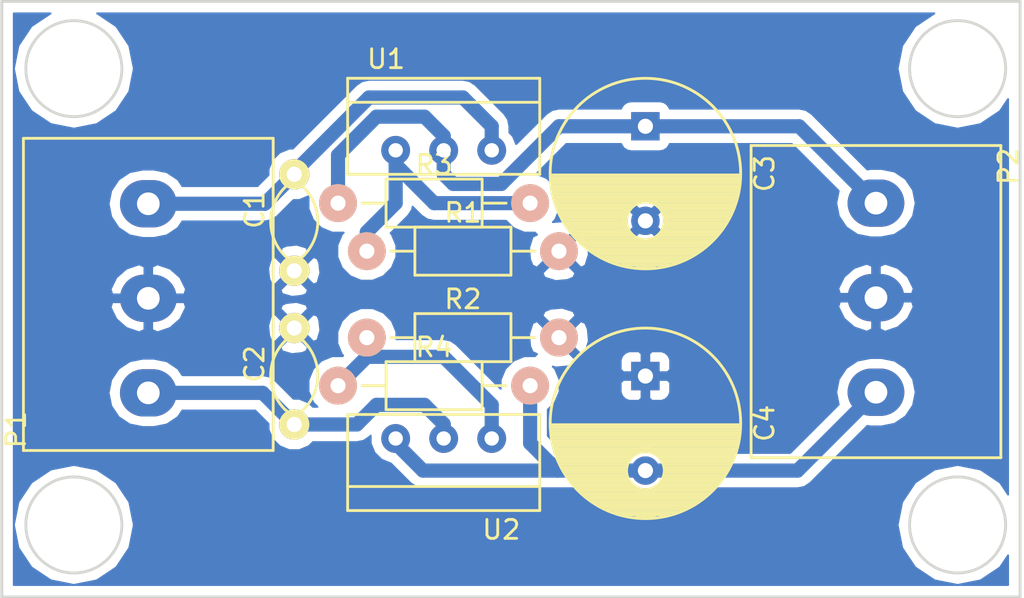
<source format=kicad_pcb>
(kicad_pcb (version 4) (host pcbnew "(2015-09-08 BZR 6170, Git 6269158)-product")

  (general
    (links 21)
    (no_connects 0)
    (area 50.724999 64.484 107.08 96.595001)
    (thickness 1.6)
    (drawings 10)
    (tracks 47)
    (zones 0)
    (modules 12)
    (nets 8)
  )

  (page A4)
  (layers
    (0 F.Cu signal)
    (31 B.Cu signal)
    (32 B.Adhes user)
    (33 F.Adhes user)
    (34 B.Paste user)
    (35 F.Paste user)
    (36 B.SilkS user)
    (37 F.SilkS user)
    (38 B.Mask user)
    (39 F.Mask user)
    (40 Dwgs.User user)
    (41 Cmts.User user)
    (42 Eco1.User user)
    (43 Eco2.User user)
    (44 Edge.Cuts user)
    (45 Margin user)
    (46 B.CrtYd user)
    (47 F.CrtYd user hide)
    (48 B.Fab user)
    (49 F.Fab user)
  )

  (setup
    (last_trace_width 0.75)
    (trace_clearance 0.25)
    (zone_clearance 0.508)
    (zone_45_only no)
    (trace_min 0.2)
    (segment_width 0.2)
    (edge_width 0.15)
    (via_size 0.6)
    (via_drill 0.4)
    (via_min_size 0.4)
    (via_min_drill 0.3)
    (uvia_size 0.3)
    (uvia_drill 0.1)
    (uvias_allowed no)
    (uvia_min_size 0.2)
    (uvia_min_drill 0.1)
    (pcb_text_width 0.3)
    (pcb_text_size 1.5 1.5)
    (mod_edge_width 0.15)
    (mod_text_size 1 1)
    (mod_text_width 0.15)
    (pad_size 1.524 1.524)
    (pad_drill 0.762)
    (pad_to_mask_clearance 0.2)
    (aux_axis_origin 0 0)
    (grid_origin -141.732 245.872)
    (visible_elements 7FFCFFFF)
    (pcbplotparams
      (layerselection 0x00030_80000001)
      (usegerberextensions false)
      (excludeedgelayer true)
      (linewidth 0.800000)
      (plotframeref false)
      (viasonmask false)
      (mode 1)
      (useauxorigin false)
      (hpglpennumber 1)
      (hpglpenspeed 20)
      (hpglpendiameter 15)
      (hpglpenoverlay 2)
      (psnegative false)
      (psa4output false)
      (plotreference true)
      (plotvalue true)
      (plotinvisibletext false)
      (padsonsilk false)
      (subtractmaskfromsilk false)
      (outputformat 1)
      (mirror false)
      (drillshape 1)
      (scaleselection 1)
      (outputdirectory ""))
  )

  (net 0 "")
  (net 1 "Net-(C1-Pad1)")
  (net 2 "Net-(C1-Pad2)")
  (net 3 "Net-(C2-Pad2)")
  (net 4 "Net-(C3-Pad1)")
  (net 5 "Net-(C4-Pad2)")
  (net 6 "Net-(R1-Pad1)")
  (net 7 "Net-(R2-Pad1)")

  (net_class Default "Questo è il gruppo di collegamenti predefinito"
    (clearance 0.25)
    (trace_width 0.75)
    (via_dia 0.6)
    (via_drill 0.4)
    (uvia_dia 0.3)
    (uvia_drill 0.1)
    (add_net "Net-(C1-Pad1)")
    (add_net "Net-(C1-Pad2)")
    (add_net "Net-(C2-Pad2)")
    (add_net "Net-(C3-Pad1)")
    (add_net "Net-(C4-Pad2)")
    (add_net "Net-(R1-Pad1)")
    (add_net "Net-(R2-Pad1)")
  )

  (module Impronte:AK300-3 (layer F.Cu) (tedit 586BCA45) (tstamp 586BC67D)
    (at 59.055 85.725 90)
    (descr CONNECTOR)
    (tags CONNECTOR)
    (path /586BC3EF)
    (attr virtual)
    (fp_text reference P1 (at -1.945 -6.995 90) (layer F.SilkS)
      (effects (font (size 1 1) (thickness 0.15)))
    )
    (fp_text value Supply_In (at 14.605 -2.54 180) (layer F.Fab)
      (effects (font (size 1 1) (thickness 0.15)))
    )
    (fp_line (start 13.462 -6.604) (end 13.462 6.604) (layer F.SilkS) (width 0.15))
    (fp_line (start -2.794 -6.604) (end 13.462 -6.604) (layer F.SilkS) (width 0.15))
    (fp_line (start 13.462 6.604) (end -2.794 6.604) (layer F.SilkS) (width 0.15))
    (fp_line (start -2.794 6.604) (end -3.048 6.604) (layer F.SilkS) (width 0.15))
    (fp_line (start -3.048 6.604) (end -3.048 -6.604) (layer F.SilkS) (width 0.15))
    (fp_line (start -3.048 -6.604) (end -2.794 -6.604) (layer F.SilkS) (width 0.15))
    (pad 1 thru_hole oval (at 0 0 90) (size 2.5 3) (drill 1.2) (layers *.Cu F.Paste F.Mask)
      (net 3 "Net-(C2-Pad2)"))
    (pad 2 thru_hole oval (at 5 0 90) (size 2.5 3) (drill 1.2) (layers *.Cu F.Paste F.Mask)
      (net 2 "Net-(C1-Pad2)"))
    (pad 3 thru_hole oval (at 10 0 90) (size 2.5 3) (drill 1.2) (layers *.Cu F.Paste F.Mask)
      (net 1 "Net-(C1-Pad1)"))
  )

  (module Impronte:AK300-3 (layer F.Cu) (tedit 586BCA68) (tstamp 586BC684)
    (at 97.536 75.692 270)
    (descr CONNECTOR)
    (tags CONNECTOR)
    (path /586BC42A)
    (attr virtual)
    (fp_text reference P2 (at -1.945 -6.995 270) (layer F.SilkS)
      (effects (font (size 1 1) (thickness 0.15)))
    )
    (fp_text value Supply_Out (at -4.445 -1.905 540) (layer F.Fab)
      (effects (font (size 1 1) (thickness 0.15)))
    )
    (fp_line (start 13.462 -6.604) (end 13.462 6.604) (layer F.SilkS) (width 0.15))
    (fp_line (start -2.794 -6.604) (end 13.462 -6.604) (layer F.SilkS) (width 0.15))
    (fp_line (start 13.462 6.604) (end -2.794 6.604) (layer F.SilkS) (width 0.15))
    (fp_line (start -2.794 6.604) (end -3.048 6.604) (layer F.SilkS) (width 0.15))
    (fp_line (start -3.048 6.604) (end -3.048 -6.604) (layer F.SilkS) (width 0.15))
    (fp_line (start -3.048 -6.604) (end -2.794 -6.604) (layer F.SilkS) (width 0.15))
    (pad 1 thru_hole oval (at 0 0 270) (size 2.5 3) (drill 1.2) (layers *.Cu F.Paste F.Mask)
      (net 4 "Net-(C3-Pad1)"))
    (pad 2 thru_hole oval (at 5 0 270) (size 2.5 3) (drill 1.2) (layers *.Cu F.Paste F.Mask)
      (net 2 "Net-(C1-Pad2)"))
    (pad 3 thru_hole oval (at 10 0 270) (size 2.5 3) (drill 1.2) (layers *.Cu F.Paste F.Mask)
      (net 5 "Net-(C4-Pad2)"))
  )

  (module Impronte:Res_Orizz_10mm (layer F.Cu) (tedit 58644539) (tstamp 586BC68A)
    (at 70.612 78.232)
    (descr "Resistor, Axial,  RM 10mm, 1/3W")
    (tags "Resistor Axial RM 10mm 1/3W")
    (path /586BC6A1)
    (fp_text reference R1 (at 5.08 -2.032) (layer F.SilkS)
      (effects (font (size 1 1) (thickness 0.15)))
    )
    (fp_text value 1.2k (at 5.08 0) (layer F.Fab)
      (effects (font (size 1 1) (thickness 0.15)))
    )
    (fp_line (start 2.54 -1.27) (end 7.62 -1.27) (layer F.SilkS) (width 0.15))
    (fp_line (start 7.62 -1.27) (end 7.62 1.27) (layer F.SilkS) (width 0.15))
    (fp_line (start 7.62 1.27) (end 2.54 1.27) (layer F.SilkS) (width 0.15))
    (fp_line (start 2.54 1.27) (end 2.54 -1.27) (layer F.SilkS) (width 0.15))
    (fp_line (start 2.54 0) (end 1.27 0) (layer F.SilkS) (width 0.15))
    (fp_line (start 7.62 0) (end 8.89 0) (layer F.SilkS) (width 0.15))
    (pad 1 thru_hole circle (at 0 0) (size 2 2) (drill 0.8) (layers *.Cu *.SilkS *.Mask)
      (net 6 "Net-(R1-Pad1)"))
    (pad 2 thru_hole circle (at 10.16 0) (size 2 2) (drill 0.8) (layers *.Cu *.SilkS *.Mask)
      (net 2 "Net-(C1-Pad2)"))
    (model Resistors_ThroughHole.3dshapes/Resistor_Horizontal_RM10mm.wrl
      (at (xyz 0.2 0 0))
      (scale (xyz 0.4 0.4 0.4))
      (rotate (xyz 0 0 0))
    )
  )

  (module Impronte:Res_Orizz_10mm (layer F.Cu) (tedit 58644539) (tstamp 586BC690)
    (at 70.612 82.804)
    (descr "Resistor, Axial,  RM 10mm, 1/3W")
    (tags "Resistor Axial RM 10mm 1/3W")
    (path /586BC706)
    (fp_text reference R2 (at 5.08 -2.032) (layer F.SilkS)
      (effects (font (size 1 1) (thickness 0.15)))
    )
    (fp_text value 1.2k (at 5.08 0) (layer F.Fab)
      (effects (font (size 1 1) (thickness 0.15)))
    )
    (fp_line (start 2.54 -1.27) (end 7.62 -1.27) (layer F.SilkS) (width 0.15))
    (fp_line (start 7.62 -1.27) (end 7.62 1.27) (layer F.SilkS) (width 0.15))
    (fp_line (start 7.62 1.27) (end 2.54 1.27) (layer F.SilkS) (width 0.15))
    (fp_line (start 2.54 1.27) (end 2.54 -1.27) (layer F.SilkS) (width 0.15))
    (fp_line (start 2.54 0) (end 1.27 0) (layer F.SilkS) (width 0.15))
    (fp_line (start 7.62 0) (end 8.89 0) (layer F.SilkS) (width 0.15))
    (pad 1 thru_hole circle (at 0 0) (size 2 2) (drill 0.8) (layers *.Cu *.SilkS *.Mask)
      (net 7 "Net-(R2-Pad1)"))
    (pad 2 thru_hole circle (at 10.16 0) (size 2 2) (drill 0.8) (layers *.Cu *.SilkS *.Mask)
      (net 2 "Net-(C1-Pad2)"))
    (model Resistors_ThroughHole.3dshapes/Resistor_Horizontal_RM10mm.wrl
      (at (xyz 0.2 0 0))
      (scale (xyz 0.4 0.4 0.4))
      (rotate (xyz 0 0 0))
    )
  )

  (module Impronte:Res_Orizz_10mm (layer F.Cu) (tedit 58644539) (tstamp 586BC696)
    (at 69.088 75.692)
    (descr "Resistor, Axial,  RM 10mm, 1/3W")
    (tags "Resistor Axial RM 10mm 1/3W")
    (path /586BC65A)
    (fp_text reference R3 (at 5.08 -2.032) (layer F.SilkS)
      (effects (font (size 1 1) (thickness 0.15)))
    )
    (fp_text value 100 (at 5.08 0) (layer F.Fab)
      (effects (font (size 1 1) (thickness 0.15)))
    )
    (fp_line (start 2.54 -1.27) (end 7.62 -1.27) (layer F.SilkS) (width 0.15))
    (fp_line (start 7.62 -1.27) (end 7.62 1.27) (layer F.SilkS) (width 0.15))
    (fp_line (start 7.62 1.27) (end 2.54 1.27) (layer F.SilkS) (width 0.15))
    (fp_line (start 2.54 1.27) (end 2.54 -1.27) (layer F.SilkS) (width 0.15))
    (fp_line (start 2.54 0) (end 1.27 0) (layer F.SilkS) (width 0.15))
    (fp_line (start 7.62 0) (end 8.89 0) (layer F.SilkS) (width 0.15))
    (pad 1 thru_hole circle (at 0 0) (size 2 2) (drill 0.8) (layers *.Cu *.SilkS *.Mask)
      (net 4 "Net-(C3-Pad1)"))
    (pad 2 thru_hole circle (at 10.16 0) (size 2 2) (drill 0.8) (layers *.Cu *.SilkS *.Mask)
      (net 6 "Net-(R1-Pad1)"))
    (model Resistors_ThroughHole.3dshapes/Resistor_Horizontal_RM10mm.wrl
      (at (xyz 0.2 0 0))
      (scale (xyz 0.4 0.4 0.4))
      (rotate (xyz 0 0 0))
    )
  )

  (module Impronte:Res_Orizz_10mm (layer F.Cu) (tedit 58644539) (tstamp 586BC69C)
    (at 69.088 85.344)
    (descr "Resistor, Axial,  RM 10mm, 1/3W")
    (tags "Resistor Axial RM 10mm 1/3W")
    (path /586BC747)
    (fp_text reference R4 (at 5.08 -2.032) (layer F.SilkS)
      (effects (font (size 1 1) (thickness 0.15)))
    )
    (fp_text value 100 (at 5.08 0) (layer F.Fab)
      (effects (font (size 1 1) (thickness 0.15)))
    )
    (fp_line (start 2.54 -1.27) (end 7.62 -1.27) (layer F.SilkS) (width 0.15))
    (fp_line (start 7.62 -1.27) (end 7.62 1.27) (layer F.SilkS) (width 0.15))
    (fp_line (start 7.62 1.27) (end 2.54 1.27) (layer F.SilkS) (width 0.15))
    (fp_line (start 2.54 1.27) (end 2.54 -1.27) (layer F.SilkS) (width 0.15))
    (fp_line (start 2.54 0) (end 1.27 0) (layer F.SilkS) (width 0.15))
    (fp_line (start 7.62 0) (end 8.89 0) (layer F.SilkS) (width 0.15))
    (pad 1 thru_hole circle (at 0 0) (size 2 2) (drill 0.8) (layers *.Cu *.SilkS *.Mask)
      (net 7 "Net-(R2-Pad1)"))
    (pad 2 thru_hole circle (at 10.16 0) (size 2 2) (drill 0.8) (layers *.Cu *.SilkS *.Mask)
      (net 5 "Net-(C4-Pad2)"))
    (model Resistors_ThroughHole.3dshapes/Resistor_Horizontal_RM10mm.wrl
      (at (xyz 0.2 0 0))
      (scale (xyz 0.4 0.4 0.4))
      (rotate (xyz 0 0 0))
    )
  )

  (module Impronte:TO-220 (layer F.Cu) (tedit 5807560E) (tstamp 586BC6A3)
    (at 74.676 71.628)
    (path /586BC5D5)
    (fp_text reference U1 (at -3.048 -3.556) (layer F.SilkS)
      (effects (font (size 1 1) (thickness 0.15)))
    )
    (fp_text value LM317T (at 2.54 -3.556) (layer F.Fab) hide
      (effects (font (size 1 1) (thickness 0.15)))
    )
    (fp_line (start 5.08 -1.27) (end -5.08 -1.27) (layer F.SilkS) (width 0.15))
    (fp_line (start -5.08 -2.54) (end 5.08 -2.54) (layer F.SilkS) (width 0.15))
    (fp_line (start 5.08 -2.54) (end 5.08 2.54) (layer F.SilkS) (width 0.15))
    (fp_line (start 5.08 2.54) (end -5.08 2.54) (layer F.SilkS) (width 0.15))
    (fp_line (start -5.08 2.54) (end -5.08 -2.54) (layer F.SilkS) (width 0.15))
    (pad 1 thru_hole circle (at -2.54 1.27) (size 1.524 1.524) (drill 0.762) (layers *.Cu *.Mask)
      (net 6 "Net-(R1-Pad1)"))
    (pad 2 thru_hole circle (at 0 1.27) (size 1.524 1.524) (drill 0.762) (layers *.Cu *.Mask)
      (net 4 "Net-(C3-Pad1)"))
    (pad 3 thru_hole circle (at 2.54 1.27) (size 1.524 1.524) (drill 0.762) (layers *.Cu *.Mask)
      (net 1 "Net-(C1-Pad1)"))
  )

  (module Impronte:TO-220 (layer F.Cu) (tedit 5807560E) (tstamp 586BC6AA)
    (at 74.676 89.408 180)
    (path /586BC594)
    (fp_text reference U2 (at -3.048 -3.556 180) (layer F.SilkS)
      (effects (font (size 1 1) (thickness 0.15)))
    )
    (fp_text value LM337T (at 2.54 -3.556 180) (layer F.Fab) hide
      (effects (font (size 1 1) (thickness 0.15)))
    )
    (fp_line (start 5.08 -1.27) (end -5.08 -1.27) (layer F.SilkS) (width 0.15))
    (fp_line (start -5.08 -2.54) (end 5.08 -2.54) (layer F.SilkS) (width 0.15))
    (fp_line (start 5.08 -2.54) (end 5.08 2.54) (layer F.SilkS) (width 0.15))
    (fp_line (start 5.08 2.54) (end -5.08 2.54) (layer F.SilkS) (width 0.15))
    (fp_line (start -5.08 2.54) (end -5.08 -2.54) (layer F.SilkS) (width 0.15))
    (pad 1 thru_hole circle (at -2.54 1.27 180) (size 1.524 1.524) (drill 0.762) (layers *.Cu *.Mask)
      (net 7 "Net-(R2-Pad1)"))
    (pad 2 thru_hole circle (at 0 1.27 180) (size 1.524 1.524) (drill 0.762) (layers *.Cu *.Mask)
      (net 3 "Net-(C2-Pad2)"))
    (pad 3 thru_hole circle (at 2.54 1.27 180) (size 1.524 1.524) (drill 0.762) (layers *.Cu *.Mask)
      (net 5 "Net-(C4-Pad2)"))
  )

  (module Impronte:Cap_5x2.7 (layer F.Cu) (tedit 59326BA7) (tstamp 59353463)
    (at 68.072 74.168 270)
    (path /589EF4DF)
    (fp_text reference C1 (at 1.9 3.4 270) (layer F.SilkS)
      (effects (font (size 1 1) (thickness 0.15)))
    )
    (fp_text value 1u (at 1.9 -0.8 270) (layer F.Fab)
      (effects (font (size 1 1) (thickness 0.15)))
    )
    (fp_arc (start 1.2 1.3) (end 0.7 1.8) (angle 90) (layer F.SilkS) (width 0.15))
    (fp_arc (start 3.8 1.3) (end 4.3 0.8) (angle 90) (layer F.SilkS) (width 0.15))
    (fp_arc (start 2.5 2.6) (end 0.7 0.8) (angle 90) (layer F.SilkS) (width 0.15))
    (fp_arc (start 2.5 0) (end 4.3 1.8) (angle 90) (layer F.SilkS) (width 0.15))
    (pad 1 thru_hole circle (at 0 1.3 270) (size 1.6 1.6) (drill 0.8) (layers *.Cu *.Mask F.SilkS)
      (net 1 "Net-(C1-Pad1)"))
    (pad 2 thru_hole circle (at 5.1 1.3 270) (size 1.6 1.6) (drill 0.8) (layers *.Cu *.Mask F.SilkS)
      (net 2 "Net-(C1-Pad2)"))
  )

  (module Impronte:Cap_5x2.7 (layer F.Cu) (tedit 59326BA7) (tstamp 59353468)
    (at 68.072 82.296 270)
    (path /589EF557)
    (fp_text reference C2 (at 1.9 3.4 270) (layer F.SilkS)
      (effects (font (size 1 1) (thickness 0.15)))
    )
    (fp_text value 1u (at 1.9 -0.8 270) (layer F.Fab)
      (effects (font (size 1 1) (thickness 0.15)))
    )
    (fp_arc (start 1.2 1.3) (end 0.7 1.8) (angle 90) (layer F.SilkS) (width 0.15))
    (fp_arc (start 3.8 1.3) (end 4.3 0.8) (angle 90) (layer F.SilkS) (width 0.15))
    (fp_arc (start 2.5 2.6) (end 0.7 0.8) (angle 90) (layer F.SilkS) (width 0.15))
    (fp_arc (start 2.5 0) (end 4.3 1.8) (angle 90) (layer F.SilkS) (width 0.15))
    (pad 1 thru_hole circle (at 0 1.3 270) (size 1.6 1.6) (drill 0.8) (layers *.Cu *.Mask F.SilkS)
      (net 2 "Net-(C1-Pad2)"))
    (pad 2 thru_hole circle (at 5.1 1.3 270) (size 1.6 1.6) (drill 0.8) (layers *.Cu *.Mask F.SilkS)
      (net 3 "Net-(C2-Pad2)"))
  )

  (module Impronte:Cap_10 (layer F.Cu) (tedit 58EA0B3A) (tstamp 5935346D)
    (at 85.344 71.628 270)
    (descr "Radial Electrolytic Capacitor Diameter 10mm x Length 13mm, Pitch 5mm")
    (tags "Electrolytic Capacitor")
    (path /586BC4F9)
    (fp_text reference C3 (at 2.5 -6.3 270) (layer F.SilkS)
      (effects (font (size 1 1) (thickness 0.15)))
    )
    (fp_text value 470u (at 2.5 6.3 270) (layer F.Fab)
      (effects (font (size 1 1) (thickness 0.15)))
    )
    (fp_line (start 2.575 -4.999) (end 2.575 4.999) (layer F.SilkS) (width 0.15))
    (fp_line (start 2.715 -4.995) (end 2.715 4.995) (layer F.SilkS) (width 0.15))
    (fp_line (start 2.855 -4.987) (end 2.855 4.987) (layer F.SilkS) (width 0.15))
    (fp_line (start 2.995 -4.975) (end 2.995 4.975) (layer F.SilkS) (width 0.15))
    (fp_line (start 3.135 -4.96) (end 3.135 4.96) (layer F.SilkS) (width 0.15))
    (fp_line (start 3.275 -4.94) (end 3.275 4.94) (layer F.SilkS) (width 0.15))
    (fp_line (start 3.415 -4.916) (end 3.415 4.916) (layer F.SilkS) (width 0.15))
    (fp_line (start 3.555 -4.887) (end 3.555 4.887) (layer F.SilkS) (width 0.15))
    (fp_line (start 3.695 -4.855) (end 3.695 4.855) (layer F.SilkS) (width 0.15))
    (fp_line (start 3.835 -4.818) (end 3.835 4.818) (layer F.SilkS) (width 0.15))
    (fp_line (start 3.975 -4.777) (end 3.975 4.777) (layer F.SilkS) (width 0.15))
    (fp_line (start 4.115 -4.732) (end 4.115 -0.466) (layer F.SilkS) (width 0.15))
    (fp_line (start 4.115 0.466) (end 4.115 4.732) (layer F.SilkS) (width 0.15))
    (fp_line (start 4.255 -4.682) (end 4.255 -0.667) (layer F.SilkS) (width 0.15))
    (fp_line (start 4.255 0.667) (end 4.255 4.682) (layer F.SilkS) (width 0.15))
    (fp_line (start 4.395 -4.627) (end 4.395 -0.796) (layer F.SilkS) (width 0.15))
    (fp_line (start 4.395 0.796) (end 4.395 4.627) (layer F.SilkS) (width 0.15))
    (fp_line (start 4.535 -4.567) (end 4.535 -0.885) (layer F.SilkS) (width 0.15))
    (fp_line (start 4.535 0.885) (end 4.535 4.567) (layer F.SilkS) (width 0.15))
    (fp_line (start 4.675 -4.502) (end 4.675 -0.946) (layer F.SilkS) (width 0.15))
    (fp_line (start 4.675 0.946) (end 4.675 4.502) (layer F.SilkS) (width 0.15))
    (fp_line (start 4.815 -4.432) (end 4.815 -0.983) (layer F.SilkS) (width 0.15))
    (fp_line (start 4.815 0.983) (end 4.815 4.432) (layer F.SilkS) (width 0.15))
    (fp_line (start 4.955 -4.356) (end 4.955 -0.999) (layer F.SilkS) (width 0.15))
    (fp_line (start 4.955 0.999) (end 4.955 4.356) (layer F.SilkS) (width 0.15))
    (fp_line (start 5.095 -4.274) (end 5.095 -0.995) (layer F.SilkS) (width 0.15))
    (fp_line (start 5.095 0.995) (end 5.095 4.274) (layer F.SilkS) (width 0.15))
    (fp_line (start 5.235 -4.186) (end 5.235 -0.972) (layer F.SilkS) (width 0.15))
    (fp_line (start 5.235 0.972) (end 5.235 4.186) (layer F.SilkS) (width 0.15))
    (fp_line (start 5.375 -4.091) (end 5.375 -0.927) (layer F.SilkS) (width 0.15))
    (fp_line (start 5.375 0.927) (end 5.375 4.091) (layer F.SilkS) (width 0.15))
    (fp_line (start 5.515 -3.989) (end 5.515 -0.857) (layer F.SilkS) (width 0.15))
    (fp_line (start 5.515 0.857) (end 5.515 3.989) (layer F.SilkS) (width 0.15))
    (fp_line (start 5.655 -3.879) (end 5.655 -0.756) (layer F.SilkS) (width 0.15))
    (fp_line (start 5.655 0.756) (end 5.655 3.879) (layer F.SilkS) (width 0.15))
    (fp_line (start 5.795 -3.761) (end 5.795 -0.607) (layer F.SilkS) (width 0.15))
    (fp_line (start 5.795 0.607) (end 5.795 3.761) (layer F.SilkS) (width 0.15))
    (fp_line (start 5.935 -3.633) (end 5.935 -0.355) (layer F.SilkS) (width 0.15))
    (fp_line (start 5.935 0.355) (end 5.935 3.633) (layer F.SilkS) (width 0.15))
    (fp_line (start 6.075 -3.496) (end 6.075 3.496) (layer F.SilkS) (width 0.15))
    (fp_line (start 6.215 -3.346) (end 6.215 3.346) (layer F.SilkS) (width 0.15))
    (fp_line (start 6.355 -3.184) (end 6.355 3.184) (layer F.SilkS) (width 0.15))
    (fp_line (start 6.495 -3.007) (end 6.495 3.007) (layer F.SilkS) (width 0.15))
    (fp_line (start 6.635 -2.811) (end 6.635 2.811) (layer F.SilkS) (width 0.15))
    (fp_line (start 6.775 -2.593) (end 6.775 2.593) (layer F.SilkS) (width 0.15))
    (fp_line (start 6.915 -2.347) (end 6.915 2.347) (layer F.SilkS) (width 0.15))
    (fp_line (start 7.055 -2.062) (end 7.055 2.062) (layer F.SilkS) (width 0.15))
    (fp_line (start 7.195 -1.72) (end 7.195 1.72) (layer F.SilkS) (width 0.15))
    (fp_line (start 7.335 -1.274) (end 7.335 1.274) (layer F.SilkS) (width 0.15))
    (fp_line (start 7.475 -0.499) (end 7.475 0.499) (layer F.SilkS) (width 0.15))
    (fp_circle (center 5 0) (end 5 -1) (layer F.SilkS) (width 0.15))
    (fp_circle (center 2.5 0) (end 2.5 -5.0375) (layer F.SilkS) (width 0.15))
    (fp_circle (center 2.5 0) (end 2.5 -5.3) (layer F.CrtYd) (width 0.05))
    (pad 1 thru_hole rect (at 0 0 270) (size 1.5 1.5) (drill 0.8) (layers *.Cu *.Mask)
      (net 4 "Net-(C3-Pad1)"))
    (pad 2 thru_hole circle (at 5 0 270) (size 1.5 1.5) (drill 0.8) (layers *.Cu *.Mask)
      (net 2 "Net-(C1-Pad2)"))
    (model Capacitors_ThroughHole.3dshapes/C_Radial_D10_L13_P5.wrl
      (at (xyz 0.0984252 0 0))
      (scale (xyz 1 1 1))
      (rotate (xyz 0 0 90))
    )
  )

  (module Impronte:Cap_10 (layer F.Cu) (tedit 58EA0B3A) (tstamp 59353472)
    (at 85.344 84.836 270)
    (descr "Radial Electrolytic Capacitor Diameter 10mm x Length 13mm, Pitch 5mm")
    (tags "Electrolytic Capacitor")
    (path /586BC552)
    (fp_text reference C4 (at 2.5 -6.3 270) (layer F.SilkS)
      (effects (font (size 1 1) (thickness 0.15)))
    )
    (fp_text value 470u (at 2.5 6.3 270) (layer F.Fab)
      (effects (font (size 1 1) (thickness 0.15)))
    )
    (fp_line (start 2.575 -4.999) (end 2.575 4.999) (layer F.SilkS) (width 0.15))
    (fp_line (start 2.715 -4.995) (end 2.715 4.995) (layer F.SilkS) (width 0.15))
    (fp_line (start 2.855 -4.987) (end 2.855 4.987) (layer F.SilkS) (width 0.15))
    (fp_line (start 2.995 -4.975) (end 2.995 4.975) (layer F.SilkS) (width 0.15))
    (fp_line (start 3.135 -4.96) (end 3.135 4.96) (layer F.SilkS) (width 0.15))
    (fp_line (start 3.275 -4.94) (end 3.275 4.94) (layer F.SilkS) (width 0.15))
    (fp_line (start 3.415 -4.916) (end 3.415 4.916) (layer F.SilkS) (width 0.15))
    (fp_line (start 3.555 -4.887) (end 3.555 4.887) (layer F.SilkS) (width 0.15))
    (fp_line (start 3.695 -4.855) (end 3.695 4.855) (layer F.SilkS) (width 0.15))
    (fp_line (start 3.835 -4.818) (end 3.835 4.818) (layer F.SilkS) (width 0.15))
    (fp_line (start 3.975 -4.777) (end 3.975 4.777) (layer F.SilkS) (width 0.15))
    (fp_line (start 4.115 -4.732) (end 4.115 -0.466) (layer F.SilkS) (width 0.15))
    (fp_line (start 4.115 0.466) (end 4.115 4.732) (layer F.SilkS) (width 0.15))
    (fp_line (start 4.255 -4.682) (end 4.255 -0.667) (layer F.SilkS) (width 0.15))
    (fp_line (start 4.255 0.667) (end 4.255 4.682) (layer F.SilkS) (width 0.15))
    (fp_line (start 4.395 -4.627) (end 4.395 -0.796) (layer F.SilkS) (width 0.15))
    (fp_line (start 4.395 0.796) (end 4.395 4.627) (layer F.SilkS) (width 0.15))
    (fp_line (start 4.535 -4.567) (end 4.535 -0.885) (layer F.SilkS) (width 0.15))
    (fp_line (start 4.535 0.885) (end 4.535 4.567) (layer F.SilkS) (width 0.15))
    (fp_line (start 4.675 -4.502) (end 4.675 -0.946) (layer F.SilkS) (width 0.15))
    (fp_line (start 4.675 0.946) (end 4.675 4.502) (layer F.SilkS) (width 0.15))
    (fp_line (start 4.815 -4.432) (end 4.815 -0.983) (layer F.SilkS) (width 0.15))
    (fp_line (start 4.815 0.983) (end 4.815 4.432) (layer F.SilkS) (width 0.15))
    (fp_line (start 4.955 -4.356) (end 4.955 -0.999) (layer F.SilkS) (width 0.15))
    (fp_line (start 4.955 0.999) (end 4.955 4.356) (layer F.SilkS) (width 0.15))
    (fp_line (start 5.095 -4.274) (end 5.095 -0.995) (layer F.SilkS) (width 0.15))
    (fp_line (start 5.095 0.995) (end 5.095 4.274) (layer F.SilkS) (width 0.15))
    (fp_line (start 5.235 -4.186) (end 5.235 -0.972) (layer F.SilkS) (width 0.15))
    (fp_line (start 5.235 0.972) (end 5.235 4.186) (layer F.SilkS) (width 0.15))
    (fp_line (start 5.375 -4.091) (end 5.375 -0.927) (layer F.SilkS) (width 0.15))
    (fp_line (start 5.375 0.927) (end 5.375 4.091) (layer F.SilkS) (width 0.15))
    (fp_line (start 5.515 -3.989) (end 5.515 -0.857) (layer F.SilkS) (width 0.15))
    (fp_line (start 5.515 0.857) (end 5.515 3.989) (layer F.SilkS) (width 0.15))
    (fp_line (start 5.655 -3.879) (end 5.655 -0.756) (layer F.SilkS) (width 0.15))
    (fp_line (start 5.655 0.756) (end 5.655 3.879) (layer F.SilkS) (width 0.15))
    (fp_line (start 5.795 -3.761) (end 5.795 -0.607) (layer F.SilkS) (width 0.15))
    (fp_line (start 5.795 0.607) (end 5.795 3.761) (layer F.SilkS) (width 0.15))
    (fp_line (start 5.935 -3.633) (end 5.935 -0.355) (layer F.SilkS) (width 0.15))
    (fp_line (start 5.935 0.355) (end 5.935 3.633) (layer F.SilkS) (width 0.15))
    (fp_line (start 6.075 -3.496) (end 6.075 3.496) (layer F.SilkS) (width 0.15))
    (fp_line (start 6.215 -3.346) (end 6.215 3.346) (layer F.SilkS) (width 0.15))
    (fp_line (start 6.355 -3.184) (end 6.355 3.184) (layer F.SilkS) (width 0.15))
    (fp_line (start 6.495 -3.007) (end 6.495 3.007) (layer F.SilkS) (width 0.15))
    (fp_line (start 6.635 -2.811) (end 6.635 2.811) (layer F.SilkS) (width 0.15))
    (fp_line (start 6.775 -2.593) (end 6.775 2.593) (layer F.SilkS) (width 0.15))
    (fp_line (start 6.915 -2.347) (end 6.915 2.347) (layer F.SilkS) (width 0.15))
    (fp_line (start 7.055 -2.062) (end 7.055 2.062) (layer F.SilkS) (width 0.15))
    (fp_line (start 7.195 -1.72) (end 7.195 1.72) (layer F.SilkS) (width 0.15))
    (fp_line (start 7.335 -1.274) (end 7.335 1.274) (layer F.SilkS) (width 0.15))
    (fp_line (start 7.475 -0.499) (end 7.475 0.499) (layer F.SilkS) (width 0.15))
    (fp_circle (center 5 0) (end 5 -1) (layer F.SilkS) (width 0.15))
    (fp_circle (center 2.5 0) (end 2.5 -5.0375) (layer F.SilkS) (width 0.15))
    (fp_circle (center 2.5 0) (end 2.5 -5.3) (layer F.CrtYd) (width 0.05))
    (pad 1 thru_hole rect (at 0 0 270) (size 1.5 1.5) (drill 0.8) (layers *.Cu *.Mask)
      (net 2 "Net-(C1-Pad2)"))
    (pad 2 thru_hole circle (at 5 0 270) (size 1.5 1.5) (drill 0.8) (layers *.Cu *.Mask)
      (net 5 "Net-(C4-Pad2)"))
    (model Capacitors_ThroughHole.3dshapes/C_Radial_D10_L13_P5.wrl
      (at (xyz 0.0984252 0 0))
      (scale (xyz 1 1 1))
      (rotate (xyz 0 0 90))
    )
  )

  (gr_line (start 51.308 96.52) (end 105.156 96.52) (angle 90) (layer Edge.Cuts) (width 0.15))
  (gr_line (start 51.308 65.024) (end 51.308 96.52) (angle 90) (layer Edge.Cuts) (width 0.15))
  (gr_line (start 105.156 65.024) (end 51.308 65.024) (angle 90) (layer Edge.Cuts) (width 0.15))
  (gr_line (start 105.156 96.52) (end 105.156 65.024) (angle 90) (layer Edge.Cuts) (width 0.15))
  (gr_circle (center 101.854 92.71) (end 104.394 92.71) (layer Edge.Cuts) (width 0.15))
  (gr_circle (center 101.854 68.58) (end 104.394 68.58) (layer Edge.Cuts) (width 0.15))
  (gr_circle (center 55.118 92.71) (end 55.118 90.17) (layer Edge.Cuts) (width 0.15))
  (gr_circle (center 55.118 68.58) (end 55.118 71.12) (layer Edge.Cuts) (width 0.15))
  (gr_text "+    0    -" (at 101.092 80.772 90) (layer F.Cu)
    (effects (font (size 1 1) (thickness 0.2)) (justify mirror))
  )
  (gr_text "+    0    -" (at 55.88 80.772 90) (layer F.Cu)
    (effects (font (size 1 1) (thickness 0.2)) (justify mirror))
  )

  (segment (start 66.772 74.168) (end 66.772 74.053784) (width 0.75) (layer B.Cu) (net 1))
  (segment (start 66.772 74.053784) (end 70.721784 70.104) (width 0.75) (layer B.Cu) (net 1) (tstamp 59353A87))
  (segment (start 77.216 71.628) (end 77.216 72.898) (width 0.75) (layer B.Cu) (net 1) (tstamp 59353A8D))
  (segment (start 75.692 70.104) (end 77.216 71.628) (width 0.75) (layer B.Cu) (net 1) (tstamp 59353A8C))
  (segment (start 70.721784 70.104) (end 75.692 70.104) (width 0.75) (layer B.Cu) (net 1) (tstamp 59353A88))
  (segment (start 59.055 75.725) (end 65.215 75.725) (width 0.75) (layer B.Cu) (net 1))
  (segment (start 65.215 75.725) (end 66.772 74.168) (width 0.75) (layer B.Cu) (net 1) (tstamp 593534AC))
  (segment (start 66.772 87.396) (end 70.084 87.396) (width 0.75) (layer B.Cu) (net 3) (status 400000))
  (segment (start 73.66 86.36) (end 74.676 87.376) (width 0.75) (layer B.Cu) (net 3) (tstamp 59353CF3) (status 800000))
  (segment (start 71.12 86.36) (end 73.66 86.36) (width 0.75) (layer B.Cu) (net 3) (tstamp 59353CF2))
  (segment (start 70.084 87.396) (end 71.12 86.36) (width 0.75) (layer B.Cu) (net 3) (tstamp 59353CF1))
  (segment (start 74.676 87.376) (end 74.676 88.138) (width 0.75) (layer B.Cu) (net 3) (tstamp 59353CF4) (status C00000))
  (segment (start 59.055 85.725) (end 65.101 85.725) (width 0.75) (layer B.Cu) (net 3))
  (segment (start 65.101 85.725) (end 66.772 87.396) (width 0.75) (layer B.Cu) (net 3) (tstamp 593534B6))
  (segment (start 74.676 72.898) (end 74.676 74.168) (width 0.75) (layer B.Cu) (net 4) (status 400000))
  (segment (start 80.772 71.628) (end 85.344 71.628) (width 0.75) (layer B.Cu) (net 4) (tstamp 59353CDE) (status 800000))
  (segment (start 77.724 74.676) (end 80.772 71.628) (width 0.75) (layer B.Cu) (net 4) (tstamp 59353CDD))
  (segment (start 75.184 74.676) (end 77.724 74.676) (width 0.75) (layer B.Cu) (net 4) (tstamp 59353CDC))
  (segment (start 74.676 74.168) (end 75.184 74.676) (width 0.75) (layer B.Cu) (net 4) (tstamp 59353CDB))
  (segment (start 85.344 71.628) (end 93.472 71.628) (width 0.75) (layer B.Cu) (net 4))
  (segment (start 93.472 71.628) (end 97.536 75.692) (width 0.75) (layer B.Cu) (net 4) (tstamp 59353B2C))
  (segment (start 69.088 76.2) (end 69.088 73.152) (width 0.75) (layer B.Cu) (net 4))
  (segment (start 73.66 71.12) (end 74.676 72.136) (width 0.75) (layer B.Cu) (net 4) (tstamp 59353A82))
  (segment (start 71.12 71.12) (end 73.66 71.12) (width 0.75) (layer B.Cu) (net 4) (tstamp 59353A81))
  (segment (start 69.088 73.152) (end 71.12 71.12) (width 0.75) (layer B.Cu) (net 4) (tstamp 59353A80))
  (segment (start 74.676 72.136) (end 74.676 72.898) (width 0.75) (layer B.Cu) (net 4) (tstamp 59353A84))
  (segment (start 72.136 88.138) (end 72.136 88.392) (width 0.75) (layer B.Cu) (net 5) (status C00000))
  (segment (start 72.136 88.392) (end 73.58 89.836) (width 0.75) (layer B.Cu) (net 5) (tstamp 59353CFC) (status 400000))
  (segment (start 73.58 89.836) (end 80.692 89.836) (width 0.75) (layer B.Cu) (net 5) (tstamp 59353CFD))
  (segment (start 79.248 85.344) (end 79.248 88.392) (width 0.75) (layer B.Cu) (net 5) (status 400000))
  (segment (start 79.248 88.392) (end 80.264 89.408) (width 0.75) (layer B.Cu) (net 5) (tstamp 59353CF8))
  (segment (start 85.344 89.836) (end 93.392 89.836) (width 0.75) (layer B.Cu) (net 5))
  (segment (start 93.392 89.836) (end 97.536 85.692) (width 0.75) (layer B.Cu) (net 5) (tstamp 59353B30))
  (segment (start 85.344 89.836) (end 80.692 89.836) (width 0.75) (layer B.Cu) (net 5))
  (segment (start 80.692 89.836) (end 80.264 89.408) (width 0.75) (layer B.Cu) (net 5) (tstamp 59353B1C))
  (segment (start 70.612 78.232) (end 70.612 77.216) (width 0.75) (layer B.Cu) (net 6) (status 400000))
  (segment (start 72.136 75.692) (end 72.136 73.66) (width 0.75) (layer B.Cu) (net 6) (tstamp 59353CE7) (status 800000))
  (segment (start 70.612 77.216) (end 72.136 75.692) (width 0.75) (layer B.Cu) (net 6) (tstamp 59353CE6))
  (segment (start 72.136 73.66) (end 72.136 72.898) (width 0.75) (layer B.Cu) (net 6) (tstamp 59353CE9) (status C00000))
  (segment (start 72.136 72.898) (end 72.136 73.66) (width 0.75) (layer B.Cu) (net 6) (status C00000))
  (segment (start 72.136 73.66) (end 74.168 75.692) (width 0.75) (layer B.Cu) (net 6) (tstamp 59353CE2) (status 400000))
  (segment (start 74.168 75.692) (end 79.248 75.692) (width 0.75) (layer B.Cu) (net 6) (tstamp 59353CE3) (status 800000))
  (segment (start 77.216 88.138) (end 77.216 86.36) (width 0.75) (layer B.Cu) (net 7) (status 400000))
  (segment (start 74.676 83.82) (end 70.612 83.82) (width 0.75) (layer B.Cu) (net 7) (tstamp 59353D04))
  (segment (start 77.216 86.36) (end 74.676 83.82) (width 0.75) (layer B.Cu) (net 7) (tstamp 59353D03))
  (segment (start 70.612 82.804) (end 70.612 83.82) (width 0.75) (layer B.Cu) (net 7) (status 400000))
  (segment (start 70.612 83.82) (end 69.088 85.344) (width 0.75) (layer B.Cu) (net 7) (tstamp 59353D00) (status 800000))

  (zone (net 2) (net_name "Net-(C1-Pad2)") (layer B.Cu) (tstamp 59353FC4) (hatch edge 0.508)
    (connect_pads (clearance 0.508))
    (min_thickness 0.1)
    (fill yes (arc_segments 16) (thermal_gap 0.508) (thermal_bridge_width 0.508))
    (polygon
      (pts
        (xy 105.156 96.52) (xy 51.308 96.52) (xy 51.308 65.024) (xy 105.156 65.024) (xy 105.156 96.52)
      )
    )
    (filled_polygon
      (pts
        (xy 52.87435 66.33635) (xy 52.18653 67.365745) (xy 51.945 68.58) (xy 52.18653 69.794255) (xy 52.87435 70.82365)
        (xy 53.903745 71.51147) (xy 55.118 71.753) (xy 56.332255 71.51147) (xy 57.36165 70.82365) (xy 58.04947 69.794255)
        (xy 58.291 68.58) (xy 58.04947 67.365745) (xy 57.36165 66.33635) (xy 56.344931 65.657) (xy 100.627069 65.657)
        (xy 99.61035 66.33635) (xy 98.92253 67.365745) (xy 98.681 68.58) (xy 98.92253 69.794255) (xy 99.61035 70.82365)
        (xy 100.639745 71.51147) (xy 101.854 71.753) (xy 103.068255 71.51147) (xy 104.09765 70.82365) (xy 104.523 70.187069)
        (xy 104.523 91.102931) (xy 104.09765 90.46635) (xy 103.068255 89.77853) (xy 101.854 89.537) (xy 100.639745 89.77853)
        (xy 99.61035 90.46635) (xy 98.92253 91.495745) (xy 98.681 92.71) (xy 98.92253 93.924255) (xy 99.61035 94.95365)
        (xy 100.639745 95.64147) (xy 101.854 95.883) (xy 103.068255 95.64147) (xy 104.09765 94.95365) (xy 104.523 94.317069)
        (xy 104.523 95.887) (xy 51.941 95.887) (xy 51.941 92.71) (xy 51.945 92.71) (xy 52.18653 93.924255)
        (xy 52.87435 94.95365) (xy 53.903745 95.64147) (xy 55.118 95.883) (xy 56.332255 95.64147) (xy 57.36165 94.95365)
        (xy 58.04947 93.924255) (xy 58.291 92.71) (xy 58.04947 91.495745) (xy 57.36165 90.46635) (xy 56.332255 89.77853)
        (xy 55.118 89.537) (xy 53.903745 89.77853) (xy 52.87435 90.46635) (xy 52.18653 91.495745) (xy 51.945 92.71)
        (xy 51.941 92.71) (xy 51.941 85.725) (xy 56.956681 85.725) (xy 57.094307 86.416892) (xy 57.486232 87.003449)
        (xy 58.072789 87.395374) (xy 58.764681 87.533) (xy 59.345319 87.533) (xy 60.037211 87.395374) (xy 60.623768 87.003449)
        (xy 60.85459 86.658) (xy 64.714538 86.658) (xy 65.414033 87.357495) (xy 65.413765 87.664938) (xy 65.620072 88.16424)
        (xy 66.00175 88.546585) (xy 66.500692 88.753764) (xy 67.040938 88.754235) (xy 67.54024 88.547928) (xy 67.759551 88.329)
        (xy 70.083995 88.329) (xy 70.084 88.329001) (xy 70.441044 88.25798) (xy 70.743731 88.055731) (xy 70.816135 87.983327)
        (xy 70.815772 88.399412) (xy 71.016306 88.884743) (xy 71.387304 89.256389) (xy 71.872284 89.45777) (xy 71.882317 89.457779)
        (xy 72.920267 90.495728) (xy 72.920269 90.495731) (xy 73.222956 90.69798) (xy 73.58 90.769) (xy 84.427194 90.769)
        (xy 84.60211 90.944222) (xy 85.082681 91.143772) (xy 85.603036 91.144226) (xy 86.083954 90.945515) (xy 86.260778 90.769)
        (xy 93.391995 90.769) (xy 93.392 90.769001) (xy 93.749044 90.69798) (xy 94.051731 90.495731) (xy 97.080349 87.467113)
        (xy 97.245681 87.5) (xy 97.826319 87.5) (xy 98.518211 87.362374) (xy 99.104768 86.970449) (xy 99.496693 86.383892)
        (xy 99.634319 85.692) (xy 99.496693 85.000108) (xy 99.104768 84.413551) (xy 98.518211 84.021626) (xy 97.826319 83.884)
        (xy 97.245681 83.884) (xy 96.553789 84.021626) (xy 95.967232 84.413551) (xy 95.575307 85.000108) (xy 95.437681 85.692)
        (xy 95.566902 86.341636) (xy 93.005538 88.903) (xy 86.260806 88.903) (xy 86.08589 88.727778) (xy 85.605319 88.528228)
        (xy 85.084964 88.527774) (xy 84.604046 88.726485) (xy 84.427222 88.903) (xy 81.078462 88.903) (xy 80.181 88.005538)
        (xy 80.181 86.614051) (xy 80.568038 86.227688) (xy 80.805729 85.655265) (xy 80.806144 85.1795) (xy 84.036 85.1795)
        (xy 84.036 85.696993) (xy 84.12095 85.902082) (xy 84.277918 86.059049) (xy 84.483007 86.144) (xy 85.0005 86.144)
        (xy 85.14 86.0045) (xy 85.14 85.04) (xy 85.548 85.04) (xy 85.548 86.0045) (xy 85.6875 86.144)
        (xy 86.204993 86.144) (xy 86.410082 86.059049) (xy 86.56705 85.902082) (xy 86.652 85.696993) (xy 86.652 85.1795)
        (xy 86.5125 85.04) (xy 85.548 85.04) (xy 85.14 85.04) (xy 84.1755 85.04) (xy 84.036 85.1795)
        (xy 80.806144 85.1795) (xy 80.80627 85.035454) (xy 80.569578 84.462617) (xy 80.439689 84.332501) (xy 80.602601 84.383466)
        (xy 81.219932 84.328062) (xy 81.53294 84.19841) (xy 81.636438 83.975007) (xy 84.036 83.975007) (xy 84.036 84.4925)
        (xy 84.1755 84.632) (xy 85.14 84.632) (xy 85.14 83.6675) (xy 85.548 83.6675) (xy 85.548 84.632)
        (xy 86.5125 84.632) (xy 86.652 84.4925) (xy 86.652 83.975007) (xy 86.56705 83.769918) (xy 86.410082 83.612951)
        (xy 86.204993 83.528) (xy 85.6875 83.528) (xy 85.548 83.6675) (xy 85.14 83.6675) (xy 85.0005 83.528)
        (xy 84.483007 83.528) (xy 84.277918 83.612951) (xy 84.12095 83.769918) (xy 84.036 83.975007) (xy 81.636438 83.975007)
        (xy 81.642159 83.962659) (xy 80.772 83.0925) (xy 80.757858 83.106642) (xy 80.469358 82.818142) (xy 80.4835 82.804)
        (xy 81.0605 82.804) (xy 81.930659 83.674159) (xy 82.16641 83.56494) (xy 82.351466 82.973399) (xy 82.296062 82.356068)
        (xy 82.16641 82.04306) (xy 81.930659 81.933841) (xy 81.0605 82.804) (xy 80.4835 82.804) (xy 79.613341 81.933841)
        (xy 79.37759 82.04306) (xy 79.192534 82.634601) (xy 79.247938 83.251932) (xy 79.37759 83.56494) (xy 79.613339 83.674158)
        (xy 79.505186 83.782311) (xy 79.509102 83.786227) (xy 78.939454 83.78573) (xy 78.366617 84.022422) (xy 77.927962 84.460312)
        (xy 77.690271 85.032735) (xy 77.689851 85.51439) (xy 75.335731 83.160269) (xy 75.033044 82.95802) (xy 74.676 82.886999)
        (xy 74.675995 82.887) (xy 72.169928 82.887) (xy 72.17027 82.495454) (xy 71.933578 81.922617) (xy 71.656786 81.645341)
        (xy 79.901841 81.645341) (xy 80.772 82.5155) (xy 81.642159 81.645341) (xy 81.53294 81.40959) (xy 80.941399 81.224534)
        (xy 80.324068 81.279938) (xy 80.01106 81.40959) (xy 79.901841 81.645341) (xy 71.656786 81.645341) (xy 71.495688 81.483962)
        (xy 70.923265 81.246271) (xy 70.303454 81.24573) (xy 69.730617 81.482422) (xy 69.291962 81.920312) (xy 69.054271 82.492735)
        (xy 69.05373 83.112546) (xy 69.290422 83.685383) (xy 69.358729 83.753809) (xy 69.326331 83.786207) (xy 68.779454 83.78573)
        (xy 68.206617 84.022422) (xy 67.767962 84.460312) (xy 67.530271 85.032735) (xy 67.52973 85.652546) (xy 67.766422 86.225383)
        (xy 68.003625 86.463) (xy 67.759455 86.463) (xy 67.54225 86.245415) (xy 67.043308 86.038236) (xy 66.733428 86.037966)
        (xy 65.760731 85.065269) (xy 65.458044 84.86302) (xy 65.101 84.791999) (xy 65.100995 84.792) (xy 60.85459 84.792)
        (xy 60.623768 84.446551) (xy 60.037211 84.054626) (xy 59.345319 83.917) (xy 58.764681 83.917) (xy 58.072789 84.054626)
        (xy 57.486232 84.446551) (xy 57.094307 85.033108) (xy 56.956681 85.725) (xy 51.941 85.725) (xy 51.941 83.308774)
        (xy 66.047725 83.308774) (xy 66.13207 83.523852) (xy 66.650661 83.675278) (xy 67.187724 83.616721) (xy 67.41193 83.523852)
        (xy 67.496275 83.308774) (xy 66.772 82.5845) (xy 66.047725 83.308774) (xy 51.941 83.308774) (xy 51.941 81.207516)
        (xy 57.062576 81.207516) (xy 57.36724 81.826453) (xy 57.898191 82.292817) (xy 58.567195 82.520495) (xy 58.851 82.39609)
        (xy 58.851 80.929) (xy 59.259 80.929) (xy 59.259 82.39609) (xy 59.542805 82.520495) (xy 60.211809 82.292817)
        (xy 60.346328 82.174661) (xy 65.392722 82.174661) (xy 65.451279 82.711724) (xy 65.544148 82.93593) (xy 65.759226 83.020275)
        (xy 66.4835 82.296) (xy 67.0605 82.296) (xy 67.784774 83.020275) (xy 67.999852 82.93593) (xy 68.151278 82.417339)
        (xy 68.092721 81.880276) (xy 67.999852 81.65607) (xy 67.784774 81.571725) (xy 67.0605 82.296) (xy 66.4835 82.296)
        (xy 65.759226 81.571725) (xy 65.544148 81.65607) (xy 65.392722 82.174661) (xy 60.346328 82.174661) (xy 60.74276 81.826453)
        (xy 61.010156 81.283226) (xy 66.047725 81.283226) (xy 66.772 82.0075) (xy 67.496275 81.283226) (xy 67.453644 81.174516)
        (xy 95.543576 81.174516) (xy 95.84824 81.793453) (xy 96.379191 82.259817) (xy 97.048195 82.487495) (xy 97.332 82.36309)
        (xy 97.332 80.896) (xy 97.74 80.896) (xy 97.74 82.36309) (xy 98.023805 82.487495) (xy 98.692809 82.259817)
        (xy 99.22376 81.793453) (xy 99.528424 81.174516) (xy 99.441982 80.896) (xy 97.74 80.896) (xy 97.332 80.896)
        (xy 95.630018 80.896) (xy 95.543576 81.174516) (xy 67.453644 81.174516) (xy 67.41193 81.068148) (xy 66.893339 80.916722)
        (xy 66.356276 80.975279) (xy 66.13207 81.068148) (xy 66.047725 81.283226) (xy 61.010156 81.283226) (xy 61.047424 81.207516)
        (xy 60.960982 80.929) (xy 59.259 80.929) (xy 58.851 80.929) (xy 57.149018 80.929) (xy 57.062576 81.207516)
        (xy 51.941 81.207516) (xy 51.941 80.242484) (xy 57.062576 80.242484) (xy 57.149018 80.521) (xy 58.851 80.521)
        (xy 58.851 79.05391) (xy 59.259 79.05391) (xy 59.259 80.521) (xy 60.960982 80.521) (xy 61.03554 80.280774)
        (xy 66.047725 80.280774) (xy 66.13207 80.495852) (xy 66.650661 80.647278) (xy 67.187724 80.588721) (xy 67.41193 80.495852)
        (xy 67.496275 80.280774) (xy 67.424985 80.209484) (xy 95.543576 80.209484) (xy 95.630018 80.488) (xy 97.332 80.488)
        (xy 97.332 79.02091) (xy 97.74 79.02091) (xy 97.74 80.488) (xy 99.441982 80.488) (xy 99.528424 80.209484)
        (xy 99.22376 79.590547) (xy 98.692809 79.124183) (xy 98.023805 78.896505) (xy 97.74 79.02091) (xy 97.332 79.02091)
        (xy 97.048195 78.896505) (xy 96.379191 79.124183) (xy 95.84824 79.590547) (xy 95.543576 80.209484) (xy 67.424985 80.209484)
        (xy 66.772 79.5565) (xy 66.047725 80.280774) (xy 61.03554 80.280774) (xy 61.047424 80.242484) (xy 60.74276 79.623547)
        (xy 60.211809 79.157183) (xy 60.180892 79.146661) (xy 65.392722 79.146661) (xy 65.451279 79.683724) (xy 65.544148 79.90793)
        (xy 65.759226 79.992275) (xy 66.4835 79.268) (xy 67.0605 79.268) (xy 67.784774 79.992275) (xy 67.999852 79.90793)
        (xy 68.151278 79.389339) (xy 68.092721 78.852276) (xy 67.999852 78.62807) (xy 67.784774 78.543725) (xy 67.0605 79.268)
        (xy 66.4835 79.268) (xy 65.759226 78.543725) (xy 65.544148 78.62807) (xy 65.392722 79.146661) (xy 60.180892 79.146661)
        (xy 59.542805 78.929505) (xy 59.259 79.05391) (xy 58.851 79.05391) (xy 58.567195 78.929505) (xy 57.898191 79.157183)
        (xy 57.36724 79.623547) (xy 57.062576 80.242484) (xy 51.941 80.242484) (xy 51.941 78.255226) (xy 66.047725 78.255226)
        (xy 66.772 78.9795) (xy 67.496275 78.255226) (xy 67.41193 78.040148) (xy 66.893339 77.888722) (xy 66.356276 77.947279)
        (xy 66.13207 78.040148) (xy 66.047725 78.255226) (xy 51.941 78.255226) (xy 51.941 75.725) (xy 56.956681 75.725)
        (xy 57.094307 76.416892) (xy 57.486232 77.003449) (xy 58.072789 77.395374) (xy 58.764681 77.533) (xy 59.345319 77.533)
        (xy 60.037211 77.395374) (xy 60.623768 77.003449) (xy 60.85459 76.658) (xy 65.214995 76.658) (xy 65.215 76.658001)
        (xy 65.572044 76.58698) (xy 65.874731 76.384731) (xy 66.733494 75.525967) (xy 67.040938 75.526235) (xy 67.54024 75.319928)
        (xy 67.566338 75.293875) (xy 67.530271 75.380735) (xy 67.52973 76.000546) (xy 67.766422 76.573383) (xy 68.204312 77.012038)
        (xy 68.776735 77.249729) (xy 69.390181 77.250264) (xy 69.291962 77.348312) (xy 69.054271 77.920735) (xy 69.05373 78.540546)
        (xy 69.290422 79.113383) (xy 69.728312 79.552038) (xy 70.300735 79.789729) (xy 70.920546 79.79027) (xy 71.493383 79.553578)
        (xy 71.656586 79.390659) (xy 79.901841 79.390659) (xy 80.01106 79.62641) (xy 80.602601 79.811466) (xy 81.219932 79.756062)
        (xy 81.53294 79.62641) (xy 81.642159 79.390659) (xy 80.772 78.5205) (xy 79.901841 79.390659) (xy 71.656586 79.390659)
        (xy 71.932038 79.115688) (xy 72.169729 78.543265) (xy 72.17027 77.923454) (xy 71.933578 77.350617) (xy 71.865271 77.282191)
        (xy 72.795728 76.351733) (xy 72.795731 76.351731) (xy 72.99798 76.049044) (xy 73.032423 75.875885) (xy 73.508269 76.351731)
        (xy 73.810956 76.55398) (xy 74.168 76.625001) (xy 74.168005 76.625) (xy 77.977949 76.625) (xy 78.364312 77.012038)
        (xy 78.936735 77.249729) (xy 79.508647 77.250228) (xy 79.505186 77.253689) (xy 79.613339 77.361842) (xy 79.37759 77.47106)
        (xy 79.192534 78.062601) (xy 79.247938 78.679932) (xy 79.37759 78.99294) (xy 79.613341 79.102159) (xy 80.4835 78.232)
        (xy 81.0605 78.232) (xy 81.930659 79.102159) (xy 82.16641 78.99294) (xy 82.351466 78.401399) (xy 82.296062 77.784068)
        (xy 82.221563 77.604211) (xy 84.656288 77.604211) (xy 84.73438 77.814136) (xy 85.234699 77.957138) (xy 85.751658 77.897791)
        (xy 85.95362 77.814136) (xy 86.031712 77.604211) (xy 85.344 76.9165) (xy 84.656288 77.604211) (xy 82.221563 77.604211)
        (xy 82.16641 77.47106) (xy 81.930659 77.361841) (xy 81.0605 78.232) (xy 80.4835 78.232) (xy 80.469358 78.217858)
        (xy 80.757858 77.929358) (xy 80.772 77.9435) (xy 81.642159 77.073341) (xy 81.53294 76.83759) (xy 80.941399 76.652534)
        (xy 80.44657 76.696944) (xy 80.568038 76.575688) (xy 80.591701 76.518699) (xy 84.014862 76.518699) (xy 84.074209 77.035658)
        (xy 84.157864 77.23762) (xy 84.367789 77.315712) (xy 85.0555 76.628) (xy 85.6325 76.628) (xy 86.320211 77.315712)
        (xy 86.530136 77.23762) (xy 86.673138 76.737301) (xy 86.613791 76.220342) (xy 86.530136 76.01838) (xy 86.320211 75.940288)
        (xy 85.6325 76.628) (xy 85.0555 76.628) (xy 84.367789 75.940288) (xy 84.157864 76.01838) (xy 84.014862 76.518699)
        (xy 80.591701 76.518699) (xy 80.805729 76.003265) (xy 80.806035 75.651789) (xy 84.656288 75.651789) (xy 85.344 76.3395)
        (xy 86.031712 75.651789) (xy 85.95362 75.441864) (xy 85.453301 75.298862) (xy 84.936342 75.358209) (xy 84.73438 75.441864)
        (xy 84.656288 75.651789) (xy 80.806035 75.651789) (xy 80.80627 75.383454) (xy 80.569578 74.810617) (xy 80.131688 74.371962)
        (xy 79.577584 74.141878) (xy 81.158462 72.561) (xy 84.059503 72.561) (xy 84.063978 72.584782) (xy 84.186186 72.774699)
        (xy 84.372654 72.902107) (xy 84.594 72.946931) (xy 86.094 72.946931) (xy 86.300782 72.908022) (xy 86.490699 72.785814)
        (xy 86.618107 72.599346) (xy 86.625872 72.561) (xy 93.085538 72.561) (xy 95.566902 75.042364) (xy 95.437681 75.692)
        (xy 95.575307 76.383892) (xy 95.967232 76.970449) (xy 96.553789 77.362374) (xy 97.245681 77.5) (xy 97.826319 77.5)
        (xy 98.518211 77.362374) (xy 99.104768 76.970449) (xy 99.496693 76.383892) (xy 99.634319 75.692) (xy 99.496693 75.000108)
        (xy 99.104768 74.413551) (xy 98.518211 74.021626) (xy 97.826319 73.884) (xy 97.245681 73.884) (xy 97.080349 73.916887)
        (xy 94.131731 70.968269) (xy 93.829044 70.76602) (xy 93.472 70.694999) (xy 93.471995 70.695) (xy 86.628497 70.695)
        (xy 86.624022 70.671218) (xy 86.501814 70.481301) (xy 86.315346 70.353893) (xy 86.094 70.309069) (xy 84.594 70.309069)
        (xy 84.387218 70.347978) (xy 84.197301 70.470186) (xy 84.069893 70.656654) (xy 84.062128 70.695) (xy 80.772005 70.695)
        (xy 80.772 70.694999) (xy 80.414956 70.76602) (xy 80.112269 70.968269) (xy 78.509248 72.57129) (xy 78.335694 72.151257)
        (xy 78.149 71.964237) (xy 78.149 71.628) (xy 78.07798 71.270956) (xy 77.875731 70.968269) (xy 77.875728 70.968267)
        (xy 76.351731 69.444269) (xy 76.049044 69.24202) (xy 75.692 69.170999) (xy 75.691995 69.171) (xy 70.721784 69.171)
        (xy 70.36474 69.24202) (xy 70.062053 69.444269) (xy 66.696388 72.809934) (xy 66.503062 72.809765) (xy 66.00376 73.016072)
        (xy 65.621415 73.39775) (xy 65.414236 73.896692) (xy 65.413966 74.206573) (xy 64.828538 74.792) (xy 60.85459 74.792)
        (xy 60.623768 74.446551) (xy 60.037211 74.054626) (xy 59.345319 73.917) (xy 58.764681 73.917) (xy 58.072789 74.054626)
        (xy 57.486232 74.446551) (xy 57.094307 75.033108) (xy 56.956681 75.725) (xy 51.941 75.725) (xy 51.941 65.657)
        (xy 53.891069 65.657)
      )
    )
  )
)

</source>
